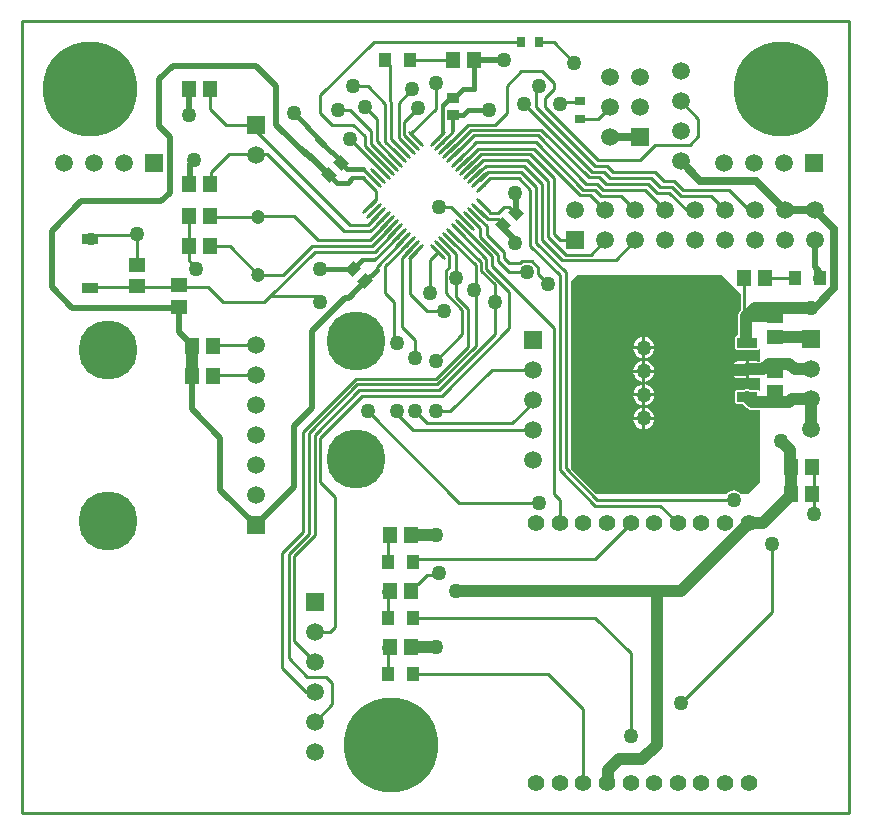
<source format=gtl>
G04*
G04 #@! TF.GenerationSoftware,Altium Limited,Altium Designer,19.1.8 (144)*
G04*
G04 Layer_Physical_Order=1*
G04 Layer_Color=255*
%FSLAX25Y25*%
%MOIN*%
G70*
G01*
G75*
%ADD13C,0.01000*%
%ADD14C,0.00394*%
%ADD15R,0.03543X0.02756*%
%ADD16R,0.02756X0.03543*%
G04:AMPARAMS|DCode=17|XSize=11.81mil|YSize=70.87mil|CornerRadius=0mil|HoleSize=0mil|Usage=FLASHONLY|Rotation=135.000|XOffset=0mil|YOffset=0mil|HoleType=Round|Shape=Round|*
%AMOVALD17*
21,1,0.05906,0.01181,0.00000,0.00000,225.0*
1,1,0.01181,0.02088,0.02088*
1,1,0.01181,-0.02088,-0.02088*
%
%ADD17OVALD17*%

G04:AMPARAMS|DCode=18|XSize=11.81mil|YSize=70.87mil|CornerRadius=0mil|HoleSize=0mil|Usage=FLASHONLY|Rotation=45.000|XOffset=0mil|YOffset=0mil|HoleType=Round|Shape=Round|*
%AMOVALD18*
21,1,0.05906,0.01181,0.00000,0.00000,135.0*
1,1,0.01181,0.02088,-0.02088*
1,1,0.01181,-0.02088,0.02088*
%
%ADD18OVALD18*%

%ADD19R,0.05512X0.03740*%
%ADD20R,0.04724X0.05512*%
G04:AMPARAMS|DCode=21|XSize=41.34mil|YSize=37.4mil|CornerRadius=0mil|HoleSize=0mil|Usage=FLASHONLY|Rotation=315.000|XOffset=0mil|YOffset=0mil|HoleType=Round|Shape=Rectangle|*
%AMROTATEDRECTD21*
4,1,4,-0.02784,0.00139,-0.00139,0.02784,0.02784,-0.00139,0.00139,-0.02784,-0.02784,0.00139,0.0*
%
%ADD21ROTATEDRECTD21*%

G04:AMPARAMS|DCode=22|XSize=41.34mil|YSize=21.65mil|CornerRadius=0mil|HoleSize=0mil|Usage=FLASHONLY|Rotation=315.000|XOffset=0mil|YOffset=0mil|HoleType=Round|Shape=Rectangle|*
%AMROTATEDRECTD22*
4,1,4,-0.02227,0.00696,-0.00696,0.02227,0.02227,-0.00696,0.00696,-0.02227,-0.02227,0.00696,0.0*
%
%ADD22ROTATEDRECTD22*%

G04:AMPARAMS|DCode=23|XSize=41.34mil|YSize=37.4mil|CornerRadius=0mil|HoleSize=0mil|Usage=FLASHONLY|Rotation=225.000|XOffset=0mil|YOffset=0mil|HoleType=Round|Shape=Rectangle|*
%AMROTATEDRECTD23*
4,1,4,0.00139,0.02784,0.02784,0.00139,-0.00139,-0.02784,-0.02784,-0.00139,0.00139,0.02784,0.0*
%
%ADD23ROTATEDRECTD23*%

%ADD24R,0.04134X0.03740*%
%ADD25R,0.05512X0.04724*%
%ADD26R,0.04331X0.04724*%
G04:AMPARAMS|DCode=27|XSize=125.98mil|YSize=68.9mil|CornerRadius=2.07mil|HoleSize=0mil|Usage=FLASHONLY|Rotation=270.000|XOffset=0mil|YOffset=0mil|HoleType=Round|Shape=RoundedRectangle|*
%AMROUNDEDRECTD27*
21,1,0.12598,0.06476,0,0,270.0*
21,1,0.12185,0.06890,0,0,270.0*
1,1,0.00413,-0.03238,-0.06093*
1,1,0.00413,-0.03238,0.06093*
1,1,0.00413,0.03238,0.06093*
1,1,0.00413,0.03238,-0.06093*
%
%ADD27ROUNDEDRECTD27*%
G04:AMPARAMS|DCode=28|XSize=35.43mil|YSize=68.9mil|CornerRadius=1.95mil|HoleSize=0mil|Usage=FLASHONLY|Rotation=270.000|XOffset=0mil|YOffset=0mil|HoleType=Round|Shape=RoundedRectangle|*
%AMROUNDEDRECTD28*
21,1,0.03543,0.06500,0,0,270.0*
21,1,0.03154,0.06890,0,0,270.0*
1,1,0.00390,-0.03250,-0.01577*
1,1,0.00390,-0.03250,0.01577*
1,1,0.00390,0.03250,0.01577*
1,1,0.00390,0.03250,-0.01577*
%
%ADD28ROUNDEDRECTD28*%
%ADD51C,0.03937*%
%ADD52C,0.01968*%
%ADD53C,0.02756*%
%ADD54C,0.11811*%
%ADD55C,0.01575*%
%ADD56C,0.01181*%
%ADD57C,0.05906*%
%ADD58R,0.05906X0.05906*%
%ADD59R,0.05906X0.05906*%
%ADD60C,0.05512*%
%ADD61C,0.31496*%
%ADD62C,0.04724*%
%ADD63C,0.19685*%
%ADD64C,0.05000*%
G36*
X236605Y174813D02*
Y174794D01*
X236624D01*
X238445Y172972D01*
Y167283D01*
X238437Y167272D01*
X238326Y167186D01*
X237914Y166650D01*
X237655Y166025D01*
X237567Y165354D01*
Y159080D01*
X237400D01*
X237089Y159018D01*
X236826Y158843D01*
X236651Y158580D01*
X236589Y158270D01*
Y155116D01*
X236651Y154806D01*
X236826Y154543D01*
X237089Y154367D01*
X237400Y154306D01*
X243900D01*
X244210Y154367D01*
X244473Y154543D01*
X244579Y154702D01*
X245079Y154602D01*
Y150432D01*
X244579Y150198D01*
X244366Y150340D01*
X243900Y150433D01*
X241150D01*
Y147638D01*
Y144843D01*
X243900D01*
X244366Y144936D01*
X244579Y145078D01*
X245079Y144843D01*
Y140674D01*
X244579Y140574D01*
X244473Y140733D01*
X244210Y140908D01*
X243900Y140970D01*
X241598D01*
X241320Y141085D01*
X240650Y141173D01*
X239979Y141085D01*
X239701Y140970D01*
X237400D01*
X237089Y140908D01*
X236826Y140733D01*
X236651Y140470D01*
X236589Y140159D01*
Y137006D01*
X236651Y136696D01*
X236826Y136433D01*
X237089Y136257D01*
X237400Y136196D01*
X239373D01*
X240589Y134979D01*
X241126Y134567D01*
X241751Y134309D01*
X242421Y134220D01*
X245079D01*
X245079Y110236D01*
X241142Y106299D01*
X238617D01*
X238431Y106542D01*
X237784Y107039D01*
X237030Y107351D01*
X236221Y107457D01*
X235411Y107351D01*
X234657Y107039D01*
X234010Y106542D01*
X233823Y106299D01*
X190138Y106299D01*
X182087Y114350D01*
X182087Y177165D01*
X184055Y179134D01*
X232283Y179134D01*
X236605Y174813D01*
D02*
G37*
%LPC*%
G36*
X206693Y158492D02*
Y155527D01*
X209657D01*
X209603Y155941D01*
X209250Y156793D01*
X208689Y157524D01*
X207958Y158085D01*
X207107Y158438D01*
X206693Y158492D01*
D02*
G37*
G36*
X205693D02*
X205279Y158438D01*
X204428Y158085D01*
X203697Y157524D01*
X203136Y156793D01*
X202783Y155941D01*
X202729Y155527D01*
X205693D01*
Y158492D01*
D02*
G37*
G36*
X209657Y154527D02*
X206693D01*
Y151563D01*
X207107Y151618D01*
X207958Y151970D01*
X208689Y152531D01*
X209250Y153262D01*
X209603Y154114D01*
X209657Y154527D01*
D02*
G37*
G36*
X205693D02*
X202729D01*
X202783Y154114D01*
X203136Y153262D01*
X203697Y152531D01*
X204428Y151970D01*
X205279Y151618D01*
X205693Y151563D01*
Y154527D01*
D02*
G37*
G36*
X219282Y154961D02*
X216543D01*
Y148138D01*
X220512D01*
Y153730D01*
X220418Y154201D01*
X220151Y154600D01*
X219752Y154867D01*
X219282Y154961D01*
D02*
G37*
G36*
X215543D02*
X212805D01*
X212334Y154867D01*
X211935Y154600D01*
X211668Y154201D01*
X211575Y153730D01*
Y148138D01*
X215543D01*
Y154961D01*
D02*
G37*
G36*
X240150Y150433D02*
X237400D01*
X236933Y150340D01*
X236538Y150076D01*
X236274Y149681D01*
X236181Y149215D01*
Y148138D01*
X240150D01*
Y150433D01*
D02*
G37*
G36*
X206693Y150618D02*
Y147653D01*
X209657D01*
X209603Y148067D01*
X209250Y148919D01*
X208689Y149650D01*
X207958Y150211D01*
X207107Y150563D01*
X206693Y150618D01*
D02*
G37*
G36*
X205693D02*
X205279Y150563D01*
X204428Y150211D01*
X203697Y149650D01*
X203136Y148919D01*
X202783Y148067D01*
X202729Y147653D01*
X205693D01*
Y150618D01*
D02*
G37*
G36*
X240150Y147138D02*
X236181D01*
Y146061D01*
X236274Y145595D01*
X236538Y145200D01*
X236933Y144936D01*
X237400Y144843D01*
X240150D01*
Y147138D01*
D02*
G37*
G36*
X209657Y146653D02*
X206693D01*
Y143689D01*
X207107Y143744D01*
X207958Y144096D01*
X208689Y144657D01*
X209250Y145388D01*
X209603Y146240D01*
X209657Y146653D01*
D02*
G37*
G36*
X205693D02*
X202729D01*
X202783Y146240D01*
X203136Y145388D01*
X203697Y144657D01*
X204428Y144096D01*
X205279Y143744D01*
X205693Y143689D01*
Y146653D01*
D02*
G37*
G36*
X220512Y147138D02*
X216543D01*
Y140315D01*
X219282D01*
X219752Y140409D01*
X220151Y140675D01*
X220418Y141074D01*
X220512Y141545D01*
Y147138D01*
D02*
G37*
G36*
X215543D02*
X211575D01*
Y141545D01*
X211668Y141074D01*
X211935Y140675D01*
X212334Y140409D01*
X212805Y140315D01*
X215543D01*
Y147138D01*
D02*
G37*
G36*
X206693Y142744D02*
Y139779D01*
X209657D01*
X209603Y140193D01*
X209250Y141045D01*
X208689Y141776D01*
X207958Y142337D01*
X207107Y142689D01*
X206693Y142744D01*
D02*
G37*
G36*
X205693D02*
X205279Y142689D01*
X204428Y142337D01*
X203697Y141776D01*
X203136Y141045D01*
X202783Y140193D01*
X202729Y139779D01*
X205693D01*
Y142744D01*
D02*
G37*
G36*
X209657Y138779D02*
X206693D01*
Y135815D01*
X207107Y135870D01*
X207958Y136222D01*
X208689Y136783D01*
X209250Y137514D01*
X209603Y138366D01*
X209657Y138779D01*
D02*
G37*
G36*
X205693D02*
X202729D01*
X202783Y138366D01*
X203136Y137514D01*
X203697Y136783D01*
X204428Y136222D01*
X205279Y135870D01*
X205693Y135815D01*
Y138779D01*
D02*
G37*
G36*
X206693Y134870D02*
Y131905D01*
X209657D01*
X209603Y132319D01*
X209250Y133171D01*
X208689Y133902D01*
X207958Y134463D01*
X207107Y134815D01*
X206693Y134870D01*
D02*
G37*
G36*
X205693D02*
X205279Y134815D01*
X204428Y134463D01*
X203697Y133902D01*
X203136Y133171D01*
X202783Y132319D01*
X202729Y131905D01*
X205693D01*
Y134870D01*
D02*
G37*
G36*
X209657Y130905D02*
X206693D01*
Y127941D01*
X207107Y127996D01*
X207958Y128348D01*
X208689Y128909D01*
X209250Y129640D01*
X209603Y130492D01*
X209657Y130905D01*
D02*
G37*
G36*
X205693D02*
X202729D01*
X202783Y130492D01*
X203136Y129640D01*
X203697Y128909D01*
X204428Y128348D01*
X205279Y127996D01*
X205693Y127941D01*
Y130905D01*
D02*
G37*
%LPD*%
D13*
X133858Y167323D02*
X139764D01*
X140101Y173061D02*
X145669Y167493D01*
X140101Y173061D02*
Y180625D01*
X141256Y181780D01*
X145669Y159449D02*
Y167493D01*
X147638Y155342D02*
Y167787D01*
X143701Y171724D02*
X147638Y167787D01*
X143701Y171724D02*
Y178150D01*
X128151Y173030D02*
X133858Y167323D01*
X128151Y173030D02*
Y184690D01*
X134980Y173290D02*
Y184281D01*
X137477Y186778D01*
X136811Y150591D02*
X145669Y159449D01*
X136981Y144685D02*
X147638Y155342D01*
X155433Y147559D02*
X169213D01*
X141732Y133858D02*
X155433Y147559D01*
X136811Y133858D02*
X141732D01*
X169134Y136653D02*
Y137638D01*
X162402Y129921D02*
X169134Y136653D01*
X133858Y129921D02*
X162402D01*
X129921Y133858D02*
X133858Y129921D01*
X138779Y138779D02*
X161417Y161417D01*
X112205Y138779D02*
X138779D01*
X137795Y140748D02*
X156496Y159449D01*
X111221Y140748D02*
X137795D01*
X156496Y159449D02*
Y170276D01*
X96457Y125984D02*
X111221Y140748D01*
X161417Y161417D02*
Y173653D01*
X98425Y125000D02*
X112205Y138779D01*
X124016Y132874D02*
X129409Y127480D01*
X124016Y132874D02*
Y133858D01*
X129409Y127480D02*
X169291D01*
X37008Y175197D02*
X61024D01*
X96457Y172244D02*
X98425Y170276D01*
X81693Y172244D02*
X96457D01*
X81693D02*
X82677Y173228D01*
X81693Y172244D02*
X96457Y187008D01*
X79724Y170276D02*
X81693Y172244D01*
X264764Y177953D02*
X264961D01*
X262795Y99410D02*
Y114764D01*
X262402Y115157D02*
X262795Y114764D01*
X169213Y147559D02*
X169291Y147480D01*
X169134Y137638D02*
X169291Y137480D01*
X125669Y161733D02*
Y184943D01*
X128847Y188121D01*
Y188170D01*
X144685Y103347D02*
X171260D01*
X114173Y133858D02*
X144685Y103347D01*
X178150Y96457D02*
Y96949D01*
Y97441D02*
Y104331D01*
Y96949D02*
Y97441D01*
X176181Y106299D02*
X178150Y104331D01*
X176181Y106299D02*
Y161417D01*
X155512Y182087D02*
X176181Y161417D01*
X120079Y173228D02*
X123031Y170276D01*
Y157480D02*
Y170276D01*
Y157480D02*
X124015Y156496D01*
X125669Y161733D02*
X129921Y157480D01*
X120079Y173228D02*
Y182185D01*
X127455Y189562D01*
X129921Y151575D02*
Y157480D01*
X98425Y110236D02*
Y125000D01*
Y110236D02*
X103347Y105315D01*
Y62008D02*
Y105315D01*
X96457Y92385D02*
Y125984D01*
X89567Y85496D02*
X96457Y92385D01*
X150150Y155591D02*
Y182458D01*
X94488Y126674D02*
X110530Y142717D01*
X94488Y92945D02*
Y126674D01*
X87779Y86236D02*
X94488Y92945D01*
X110530Y142717D02*
X137275D01*
X110236Y144685D02*
X136981D01*
X92520Y126969D02*
X110236Y144685D01*
X92520Y93504D02*
Y126969D01*
X137275Y142717D02*
X150150Y155591D01*
X85630Y86614D02*
X92520Y93504D01*
X218504Y36417D02*
X249016Y66929D01*
Y89567D01*
X189961Y84646D02*
X201772Y96457D01*
X130118Y84646D02*
X189961D01*
X129134Y83661D02*
X130118Y84646D01*
X137142Y79071D02*
X137795Y79724D01*
X133795Y79071D02*
X137142D01*
X130799Y76075D02*
X133795Y79071D01*
X130405Y76075D02*
X130799D01*
X128543Y74212D02*
X130405Y76075D01*
X128543Y73819D02*
Y74212D01*
X37098Y192610D02*
X37402Y192913D01*
X23024Y192610D02*
X37098D01*
X21654Y191240D02*
X23024Y192610D01*
X37402Y182677D02*
Y192913D01*
Y182677D02*
X37402Y182677D01*
X54528Y184200D02*
Y188976D01*
Y184200D02*
X57087Y181641D01*
Y181102D02*
Y181641D01*
X54528Y188976D02*
Y198819D01*
X171260Y256890D02*
X176181D01*
X183071Y250000D01*
X164569Y211416D02*
X168307Y207677D01*
Y188976D02*
Y207677D01*
X154877Y211416D02*
X164569D01*
X215845Y98132D02*
X217520D01*
X170276Y189961D02*
Y208661D01*
X165354Y213583D02*
X170276Y208661D01*
X154309Y213583D02*
X165354D01*
X172244Y190945D02*
Y209646D01*
X166339Y215551D02*
X172244Y209646D01*
X153493Y215551D02*
X166339D01*
X174213Y191929D02*
Y210630D01*
X167323Y217520D02*
X174213Y210630D01*
X152629Y217520D02*
X167323D01*
X176181Y192913D02*
Y211614D01*
X168307Y219488D02*
X176181Y211614D01*
X151814Y219488D02*
X168307D01*
X184839Y205909D02*
X188303D01*
X169472Y221276D02*
X184839Y205909D01*
X150817Y221276D02*
X169472D01*
X186004Y207697D02*
X189941D01*
X170276Y223425D02*
X186004Y207697D01*
X150183Y223425D02*
X170276D01*
X187008Y209646D02*
X190764D01*
X170898Y225756D02*
X187008Y209646D01*
X149730Y225756D02*
X170898D01*
X187811Y211795D02*
X191386D01*
X172063Y227543D02*
X187811Y211795D01*
X148733Y227543D02*
X172063D01*
X188976Y213583D02*
X192913D01*
X166339Y236221D02*
X188976Y213583D01*
X189961Y215551D02*
X193898D01*
X170276Y235236D02*
X189961Y215551D01*
X170276Y235236D02*
Y241142D01*
X190945Y217520D02*
X204891D01*
X173228Y235236D02*
X190945Y217520D01*
X173228Y235236D02*
Y238189D01*
X85630Y48228D02*
Y86614D01*
X89567Y57087D02*
Y85496D01*
X87779Y51402D02*
Y86236D01*
X201772Y25591D02*
Y53149D01*
X189961Y64961D02*
X201772Y53149D01*
X129134Y64961D02*
X189961D01*
X186024Y9843D02*
Y34449D01*
X174213Y46260D02*
X186024Y34449D01*
X129134Y46260D02*
X174213D01*
X126273Y230275D02*
X130905Y234907D01*
X128564Y226433D02*
X136811Y234680D01*
Y243110D01*
X126273Y225870D02*
Y230275D01*
X117126Y223833D02*
Y231299D01*
X113189Y235236D02*
X117126Y231299D01*
X141256Y181780D02*
Y185735D01*
X138869Y188121D02*
X141256Y185735D01*
X138869Y188121D02*
Y188170D01*
X128151Y184690D02*
X130239Y186778D01*
X143701Y178150D02*
Y186123D01*
X76772Y219488D02*
X80709D01*
X165354Y256890D02*
X165354Y256890D01*
X116142Y256890D02*
X165354D01*
X190945Y231299D02*
X194882Y235236D01*
X185039Y231299D02*
X190945D01*
X178150Y236221D02*
X178642Y236713D01*
X184547D01*
X185039Y237205D01*
X172244Y247047D02*
X176181Y243110D01*
Y241142D02*
Y243110D01*
X173228Y238189D02*
X176181Y241142D01*
X165354Y247047D02*
X172244D01*
X170276Y241142D02*
X171260Y242126D01*
X159399Y194932D02*
Y195816D01*
X153902Y192555D02*
X159449Y187008D01*
Y185039D02*
Y187008D01*
Y185039D02*
X161417Y183071D01*
X164945D01*
X165593Y183718D01*
X150005Y199306D02*
X153902Y195409D01*
Y192555D02*
Y195409D01*
X165593Y183718D02*
X168814D01*
X145829Y195130D02*
X155512Y185447D01*
X144437Y193738D02*
X153724Y184451D01*
X143045Y192346D02*
X151937Y183454D01*
X155512Y182087D02*
Y185447D01*
X153724Y181346D02*
Y184451D01*
X151937Y180606D02*
Y183454D01*
X141653Y190954D02*
X150150Y182458D01*
X157550Y183985D02*
Y185954D01*
X151575Y191929D02*
X157550Y185954D01*
X151575Y191929D02*
Y194952D01*
X148613Y197914D02*
X151575Y194952D01*
X170923Y179471D02*
X174213Y176181D01*
X170923Y179471D02*
Y181609D01*
X168814Y183718D02*
X170923Y181609D01*
X161417Y180118D02*
X167323D01*
X157550Y183985D02*
X161417Y180118D01*
X137795Y201771D02*
X141972D01*
X147221Y196522D01*
X140261Y189562D02*
X143701Y186123D01*
X151937Y180606D02*
X156496Y176047D01*
Y170276D02*
Y176047D01*
X153724Y181346D02*
X161417Y173653D01*
X117016Y204177D02*
Y207240D01*
X50787Y168307D02*
X51181Y168701D01*
X141634Y238091D02*
X142717D01*
X116381Y184055D02*
X124671Y192346D01*
X74803Y229331D02*
X108268Y195866D01*
X66929Y229331D02*
X74803D01*
X61614Y234646D02*
X66929Y229331D01*
X67913Y219488D02*
X76772D01*
X80709D02*
X106299Y193898D01*
X62008Y213583D02*
X67913Y219488D01*
X151397Y200698D02*
X151446D01*
X151348D02*
X151397D01*
X98425Y239173D02*
X116142Y256890D01*
X174213Y191929D02*
X180118Y186024D01*
X234433Y207496D02*
X241142Y200787D01*
X219244Y207496D02*
X234433D01*
X218504Y237047D02*
X224410Y231142D01*
Y225394D02*
Y231142D01*
X221457Y222441D02*
X224410Y225394D01*
X209813Y222441D02*
X221457D01*
X204891Y217520D02*
X209813Y222441D01*
X209827Y213402D02*
X212779Y210449D01*
X196047Y213402D02*
X209827D01*
X193898Y215551D02*
X196047Y213402D01*
X216291Y210449D02*
X219244Y207496D01*
X212779Y210449D02*
X216291D01*
X215551Y208661D02*
X218504Y205709D01*
X211614Y208661D02*
X215551D01*
X208661Y211614D02*
X211614Y208661D01*
X194882Y211614D02*
X208661D01*
X214567Y206693D02*
X220472Y200787D01*
X210630Y206693D02*
X214567D01*
X207677Y209646D02*
X210630Y206693D01*
X193535Y209646D02*
X207677D01*
X198504Y205709D02*
X203425Y200787D01*
X191929Y205709D02*
X198504D01*
X189941Y207697D02*
X191929Y205709D01*
X206536Y207677D02*
X213425Y200787D01*
X192732Y207677D02*
X206536D01*
X190764Y209646D02*
X192732Y207677D01*
X191386Y211795D02*
X193535Y209646D01*
X220472Y200787D02*
X223425D01*
X241142D02*
X243425D01*
X218504Y205709D02*
X228504D01*
X233425Y200787D01*
X168307Y188976D02*
X178150Y179134D01*
Y114173D02*
Y179134D01*
Y114173D02*
X189961Y102362D01*
X190520Y104331D02*
X236221D01*
X180118Y114733D02*
X190520Y104331D01*
X180118Y114733D02*
Y180118D01*
X154309Y197835D02*
X157480D01*
X151446Y200698D02*
X154309Y197835D01*
X154877Y200002D02*
X157679D01*
X152789Y202090D02*
X154877Y200002D01*
X170276Y189961D02*
X180118Y180118D01*
X172244Y190945D02*
X178953Y184236D01*
X180118Y186024D02*
X188662D01*
X176181Y192913D02*
X178307Y190787D01*
X183425D01*
X178953Y184236D02*
X196874D01*
X192913Y213583D02*
X194882Y211614D01*
X188303Y205909D02*
X193425Y200787D01*
X160433Y242126D02*
X165354Y247047D01*
X160433Y233268D02*
Y242126D01*
X156496Y229331D02*
X160433Y233268D01*
X152661Y202090D02*
X152789D01*
X196874Y184236D02*
X203425Y190787D01*
X188662Y186024D02*
X193425Y190787D01*
X145829Y216287D02*
X150817Y221276D01*
X129134Y64961D02*
X129134Y64961D01*
X96457Y20197D02*
X96906Y20646D01*
X262402Y115157D02*
Y115551D01*
X255315Y105905D02*
Y106299D01*
X239567Y165945D02*
X240158Y165354D01*
X239567Y165945D02*
Y178150D01*
X211614Y102362D02*
X215845Y98132D01*
X189961Y102362D02*
X211614D01*
X141653Y220463D02*
X148733Y227543D01*
X143045Y219071D02*
X149730Y225756D01*
X147737Y229331D02*
X156496D01*
X117126Y182017D02*
X126063Y190954D01*
X117126Y181003D02*
Y182017D01*
X128150Y250984D02*
X142520D01*
X119882D02*
X121547Y249319D01*
Y237280D02*
Y249319D01*
Y237280D02*
X121866Y236961D01*
Y224660D02*
Y236961D01*
Y224660D02*
X126063Y220463D01*
X126273Y225870D02*
X128847Y223296D01*
X124486Y236691D02*
X128937Y241142D01*
X124486Y224874D02*
Y236691D01*
Y224874D02*
X127455Y221904D01*
Y221855D02*
Y221904D01*
X128847Y223247D02*
Y223296D01*
X128564Y226314D02*
Y226433D01*
Y226314D02*
X130239Y224639D01*
X137477D02*
X139362Y226524D01*
X142717Y238091D02*
X142913D01*
X138869Y223247D02*
X142717Y227094D01*
X152789Y209328D02*
X154877Y211416D01*
X151446Y210720D02*
X154309Y213583D01*
X151397Y210720D02*
X151446D01*
X150054Y212112D02*
X153493Y215551D01*
X150005Y212112D02*
X150054D01*
X148613Y213504D02*
X152629Y217520D01*
X147221Y214896D02*
X151814Y219488D01*
X98425Y181102D02*
X98475Y181152D01*
X96457Y187008D02*
X116549D01*
X65945Y170276D02*
X79724D01*
X93882Y219110D02*
X94110D01*
X89567Y233054D02*
Y233268D01*
X98704Y223704D02*
Y223917D01*
X144437Y217679D02*
X150183Y223425D01*
X101535Y60197D02*
X103347Y62008D01*
X96457Y60197D02*
X101535D01*
X55512Y155512D02*
Y155905D01*
X61024Y175197D02*
X65945Y170276D01*
X217520Y96457D02*
Y98132D01*
X120866Y91929D02*
X121457Y92520D01*
X120866Y83661D02*
Y91929D01*
X121063Y65157D02*
Y73425D01*
Y46457D02*
Y54724D01*
X240158Y165354D02*
X240354Y165551D01*
X256693Y178150D02*
X256693Y178150D01*
X246654Y178150D02*
X256693D01*
X240158Y157185D02*
X240650Y156693D01*
Y147638D02*
X240807Y147795D01*
X104331Y234252D02*
X108268D01*
X94110Y219110D02*
X94667D01*
X112840Y211416D02*
X114928Y209328D01*
X105315Y216535D02*
Y217092D01*
X112472Y214567D02*
X116320Y210720D01*
X114173Y242126D02*
X120079Y236221D01*
Y223664D02*
Y236221D01*
Y223664D02*
X124671Y219071D01*
X109252Y242126D02*
X114173D01*
X109252Y229331D02*
X113189Y225394D01*
Y222202D02*
Y225394D01*
Y222202D02*
X120496Y214896D01*
X102362Y229331D02*
X109252D01*
X115157Y223018D02*
Y227362D01*
X108268Y234252D02*
X115157Y227362D01*
Y223018D02*
X121888Y216287D01*
X117126Y223833D02*
X123280Y217679D01*
X98425Y233268D02*
Y239173D01*
Y233268D02*
X102362Y229331D01*
X108198Y224410D02*
X119104Y213504D01*
X108268Y195866D02*
X114223D01*
X106299Y193898D02*
X115087D01*
X140261Y221855D02*
X147737Y229331D01*
X109202Y181152D02*
X109302D01*
X116549Y187008D02*
X123280Y193738D01*
X115734Y188976D02*
X121888Y195130D01*
X95473Y188976D02*
X115734D01*
X85866Y179370D02*
X95473Y188976D01*
X87779Y51402D02*
X93906Y45276D01*
X93661Y40197D02*
X96457D01*
X85630Y48228D02*
X93661Y40197D01*
X93906Y45276D02*
X100394D01*
X102362Y43307D01*
Y36102D02*
Y43307D01*
X96457Y30197D02*
X102362Y36102D01*
X89567Y57087D02*
X96457Y50197D01*
X62598Y145669D02*
X62756Y145827D01*
X76772D01*
X62913Y155827D02*
X76772D01*
X62598Y155512D02*
X62913Y155827D01*
X21949Y175197D02*
X37008D01*
X37402Y175591D01*
X37008Y175197D02*
X37008Y175197D01*
X21654Y174902D02*
X21949Y175197D01*
X115087Y193898D02*
X119104Y197914D01*
X114919Y190945D02*
X120496Y196522D01*
X97441Y190945D02*
X114919D01*
X89634Y198752D02*
X97441Y190945D01*
X77925Y198752D02*
X89634D01*
X61614Y188976D02*
X68150D01*
X77756Y179370D01*
X85866D01*
X61850Y198583D02*
X77756D01*
X61614Y198819D02*
X61850Y198583D01*
X77756D02*
X77925Y198752D01*
X62008Y210039D02*
Y213583D01*
X61614Y209646D02*
X62008Y210039D01*
X61614Y234646D02*
Y241142D01*
X114223Y195866D02*
X117663Y199306D01*
X117712D01*
X114928Y209328D02*
X117016Y207240D01*
X114928Y202090D02*
X117016Y204177D01*
X161417Y201772D02*
X163336Y199853D01*
X159449Y201772D02*
X161417D01*
X157679Y200002D02*
X159449Y201772D01*
X157480Y197835D02*
X159399Y195916D01*
Y195816D02*
Y195916D01*
X-984Y0D02*
X0D01*
X-984Y263779D02*
X-984Y0D01*
X-984Y263779D02*
X274606D01*
Y0D02*
Y263779D01*
X0Y0D02*
X274606D01*
D14*
X234846Y145489D02*
Y148113D01*
X234322Y148638D01*
X233272D01*
X232747Y148113D01*
Y145489D01*
X231698Y146014D02*
X231173Y145489D01*
X230124D01*
X229599Y146014D01*
Y146539D01*
X230124Y147064D01*
X230648D01*
X230124D01*
X229599Y147588D01*
Y148113D01*
X230124Y148638D01*
X231173D01*
X231698Y148113D01*
D15*
X185039Y231299D02*
D03*
Y237205D02*
D03*
D16*
X165354Y256890D02*
D03*
X171260D02*
D03*
D17*
X114928Y202090D02*
D03*
X116320Y200698D02*
D03*
X117712Y199306D02*
D03*
X119104Y197914D02*
D03*
X120496Y196522D02*
D03*
X121888Y195130D02*
D03*
X123280Y193738D02*
D03*
X124671Y192346D02*
D03*
X126063Y190954D02*
D03*
X127455Y189562D02*
D03*
X128847Y188170D02*
D03*
X130239Y186778D02*
D03*
X152789Y209328D02*
D03*
X151397Y210720D02*
D03*
X150005Y212112D02*
D03*
X148613Y213504D02*
D03*
X147221Y214896D02*
D03*
X145829Y216287D02*
D03*
X144437Y217679D02*
D03*
X143045Y219071D02*
D03*
X141653Y220463D02*
D03*
X140261Y221855D02*
D03*
X138869Y223247D02*
D03*
X137477Y224639D02*
D03*
D18*
Y186778D02*
D03*
X138869Y188170D02*
D03*
X140261Y189562D02*
D03*
X141653Y190954D02*
D03*
X143045Y192346D02*
D03*
X144437Y193738D02*
D03*
X145829Y195130D02*
D03*
X147221Y196522D02*
D03*
X148613Y197914D02*
D03*
X150005Y199306D02*
D03*
X151397Y200698D02*
D03*
X152789Y202090D02*
D03*
X130239Y224639D02*
D03*
X128847Y223247D02*
D03*
X127455Y221855D02*
D03*
X126063Y220463D02*
D03*
X124671Y219071D02*
D03*
X123280Y217679D02*
D03*
X121888Y216287D02*
D03*
X120496Y214896D02*
D03*
X119104Y213504D02*
D03*
X117712Y212112D02*
D03*
X116320Y210720D02*
D03*
X114928Y209328D02*
D03*
D19*
X21654Y191240D02*
D03*
Y174902D02*
D03*
D20*
X55512Y155512D02*
D03*
X62598D02*
D03*
X55512Y145669D02*
D03*
X62598D02*
D03*
X61614Y241142D02*
D03*
X54528D02*
D03*
X61614Y209646D02*
D03*
X54528D02*
D03*
X54528Y198819D02*
D03*
X61614D02*
D03*
X54528Y188976D02*
D03*
X61614D02*
D03*
X142520Y250984D02*
D03*
X149606D02*
D03*
X246654Y178150D02*
D03*
X239567D02*
D03*
X262402Y115157D02*
D03*
X255315D02*
D03*
X262402Y106299D02*
D03*
X255315D02*
D03*
X128543Y92520D02*
D03*
X121457D02*
D03*
X128543Y73819D02*
D03*
X121457D02*
D03*
X128543Y55118D02*
D03*
X121457D02*
D03*
D21*
X163436Y199853D02*
D03*
X159399Y195816D02*
D03*
X101278Y212499D02*
D03*
X105315Y216535D02*
D03*
D22*
X98704Y223704D02*
D03*
X94110Y219110D02*
D03*
D23*
X113239Y177116D02*
D03*
X109202Y181152D02*
D03*
D24*
X142717Y238091D02*
D03*
Y232382D02*
D03*
D25*
X250000Y147244D02*
D03*
Y140157D02*
D03*
X250000Y158465D02*
D03*
Y165551D02*
D03*
X51181Y175787D02*
D03*
Y168701D02*
D03*
X37402Y182677D02*
D03*
Y175591D02*
D03*
D26*
X128150Y250984D02*
D03*
X119882D02*
D03*
X256693Y178150D02*
D03*
X264961D02*
D03*
X129134Y83661D02*
D03*
X120866D02*
D03*
X129134Y64961D02*
D03*
X120866D02*
D03*
X129134Y46260D02*
D03*
X120866D02*
D03*
D27*
X216043Y147638D02*
D03*
D28*
X240650Y156693D02*
D03*
Y147638D02*
D03*
Y138583D02*
D03*
D51*
X243110Y168307D02*
X261811D01*
X264764Y178347D02*
X264961Y178150D01*
X250000Y158465D02*
X261811D01*
X247869Y149606D02*
X254749D01*
X246058Y147795D02*
X247869Y149606D01*
X240650Y147795D02*
X240807D01*
X54429Y232579D02*
X54528Y232677D01*
X56102Y217232D02*
Y217520D01*
X54528Y209646D02*
X54921Y210039D01*
X136811Y92520D02*
X136811Y92520D01*
X128543Y92520D02*
X136811D01*
X128543Y92520D02*
X128543Y92520D01*
X136811Y55118D02*
X136811Y55118D01*
X128543Y55118D02*
X136811D01*
X128543Y55118D02*
X128543Y55118D01*
X163386Y206693D02*
X163436Y206643D01*
X210630Y73819D02*
X218504D01*
X143701D02*
X210630D01*
Y22638D02*
Y73819D01*
X205709Y17717D02*
X210630Y22638D01*
X197835Y17717D02*
X205709D01*
X194199Y14081D02*
X197835Y17717D01*
X194199Y10144D02*
Y14081D01*
X193898Y9843D02*
X194199Y10144D01*
X218504Y73819D02*
X241142Y96457D01*
X169291Y116948D02*
Y117480D01*
X251969Y123728D02*
Y124016D01*
Y123728D02*
X254921Y120775D01*
Y115551D02*
Y120775D01*
Y115551D02*
X255315Y115157D01*
X242421Y136811D02*
X254724D01*
X240650Y138583D02*
X242421Y136811D01*
X256560Y147795D02*
X261811D01*
X254749Y149606D02*
X256560Y147795D01*
X240807D02*
X246058D01*
X254724Y136811D02*
X255709Y137795D01*
X216043Y147638D02*
X240650D01*
X255315Y106299D02*
Y115157D01*
X241142Y96457D02*
X245866D01*
X255315Y105905D01*
X240354Y165551D02*
X243110Y168307D01*
X264764Y177953D02*
X264961Y178150D01*
X121063Y73425D02*
X121457Y73819D01*
X120866Y64961D02*
X121063Y65157D01*
Y54724D02*
X121457Y55118D01*
X120866Y46260D02*
X121063Y46457D01*
X21654Y191240D02*
X22343D01*
X55512Y145669D02*
Y155512D01*
X240158Y157185D02*
Y165354D01*
X240354Y165551D02*
X250000D01*
X255709Y137795D02*
X261811D01*
Y127795D02*
Y137795D01*
D52*
X106731Y171692D02*
X107815D01*
X95472Y160433D02*
X106731Y171692D01*
X95472Y134843D02*
Y160433D01*
X89567Y128937D02*
X95472Y134843D01*
X89567Y108622D02*
Y128937D01*
X263425Y181929D02*
X264764Y180591D01*
Y178347D02*
Y180591D01*
X263425Y181929D02*
Y190787D01*
X54528Y232677D02*
Y241142D01*
X54429Y232579D02*
X54478Y232530D01*
X54921Y216051D02*
X56102Y217232D01*
X54921Y210039D02*
Y216051D01*
X149606Y250984D02*
X159449D01*
X163436Y199953D02*
Y206643D01*
X44706Y228917D02*
X48356Y225266D01*
Y210265D02*
Y225266D01*
X48228Y206693D02*
Y210138D01*
X45276Y203740D02*
X48228Y206693D01*
X76772Y249016D02*
X83661Y242126D01*
Y229331D02*
Y242126D01*
Y229331D02*
X93882Y219110D01*
X107815Y171692D02*
X113239Y177116D01*
X55512Y134449D02*
X64961Y125000D01*
X55512Y134449D02*
Y145669D01*
X64961Y107638D02*
Y125000D01*
Y107638D02*
X76772Y95827D01*
X89567Y108622D01*
X163386Y189961D02*
Y190945D01*
X159399Y194932D02*
X163386Y190945D01*
X49213Y249016D02*
X76772D01*
X15748Y168307D02*
X50787D01*
X8858Y175197D02*
X15748Y168307D01*
X8858Y175197D02*
Y193898D01*
X18701Y203740D01*
X45276D01*
X44706Y228917D02*
Y244509D01*
X49213Y249016D01*
X51181Y160236D02*
Y168701D01*
Y160236D02*
X55512Y155905D01*
X94667Y219110D02*
X101278Y212499D01*
D53*
X263278Y168307D02*
X269694Y174723D01*
X261811Y168307D02*
X263278D01*
X194882Y225236D02*
X204882D01*
X218504Y217047D02*
X224987Y210565D01*
X243648D01*
X253425Y200787D01*
X263425D01*
X269694Y174723D02*
Y194518D01*
X263425Y200787D02*
X269694Y194518D01*
D54*
X215551Y134843D02*
Y159449D01*
D55*
X194724Y245079D02*
X194882Y245236D01*
X149606Y241142D02*
Y250984D01*
X139362Y235819D02*
X141634Y238091D01*
X145768Y232382D02*
X147638Y234252D01*
X142717Y232382D02*
X145768D01*
X113239Y177116D02*
X117126Y181003D01*
X147638Y234252D02*
X154528D01*
X145965Y241142D02*
X149606D01*
X142913Y238091D02*
X145965Y241142D01*
X98475Y181152D02*
X109202D01*
X89567Y233054D02*
X98704Y223917D01*
X101278Y212499D02*
X103800Y209977D01*
X107576D01*
X109015Y211416D01*
X98704Y223704D02*
X105315Y217092D01*
Y216535D02*
X107283Y214567D01*
X112472D01*
X109302Y181152D02*
X112205Y184055D01*
D56*
X139362Y226524D02*
Y235819D01*
X112205Y184055D02*
X116381D01*
X142717Y227094D02*
Y232382D01*
X109015Y211416D02*
X112840D01*
D57*
X183425Y200787D02*
D03*
X193425Y190787D02*
D03*
Y200787D02*
D03*
X203425Y190787D02*
D03*
Y200787D02*
D03*
X213425Y190787D02*
D03*
Y200787D02*
D03*
X223425Y190787D02*
D03*
Y200787D02*
D03*
X233425Y190787D02*
D03*
Y200787D02*
D03*
X243425Y190787D02*
D03*
Y200787D02*
D03*
X253425Y190787D02*
D03*
Y200787D02*
D03*
X263425Y190787D02*
D03*
Y200787D02*
D03*
X232795Y216535D02*
D03*
X242795D02*
D03*
X252795D02*
D03*
X12835D02*
D03*
X22835D02*
D03*
X32835D02*
D03*
X76772Y219331D02*
D03*
X218504Y217047D02*
D03*
Y227047D02*
D03*
Y237047D02*
D03*
Y247047D02*
D03*
X96457Y60197D02*
D03*
Y50197D02*
D03*
Y40197D02*
D03*
Y30197D02*
D03*
Y20197D02*
D03*
X76772Y155827D02*
D03*
Y145827D02*
D03*
Y135827D02*
D03*
Y125827D02*
D03*
Y105827D02*
D03*
Y115827D02*
D03*
X169291Y147480D02*
D03*
Y137480D02*
D03*
Y127480D02*
D03*
Y117480D02*
D03*
X194882Y245236D02*
D03*
X204882D02*
D03*
X194882Y235236D02*
D03*
X204882D02*
D03*
X194882Y225236D02*
D03*
X261811Y147795D02*
D03*
Y137795D02*
D03*
Y127795D02*
D03*
D58*
X183425Y190787D02*
D03*
X262795Y216535D02*
D03*
X42835D02*
D03*
D59*
X76772Y229331D02*
D03*
X96457Y70197D02*
D03*
X76772Y95827D02*
D03*
X169291Y157480D02*
D03*
X204882Y225236D02*
D03*
X261811Y157795D02*
D03*
D60*
X241142Y9843D02*
D03*
X233268D02*
D03*
X225394D02*
D03*
X217520D02*
D03*
X209646D02*
D03*
X201772D02*
D03*
X193898D02*
D03*
X186024D02*
D03*
X178150D02*
D03*
X170276D02*
D03*
Y96457D02*
D03*
X178150D02*
D03*
X186024D02*
D03*
X193898D02*
D03*
X201772D02*
D03*
X209646D02*
D03*
X217520D02*
D03*
X225394D02*
D03*
X233268D02*
D03*
X241142D02*
D03*
D61*
X122047Y22638D02*
D03*
X251969Y241142D02*
D03*
X21654D02*
D03*
D62*
X77756Y179370D02*
D03*
Y198583D02*
D03*
D63*
X27559Y154213D02*
D03*
Y97126D02*
D03*
X110236Y157323D02*
D03*
Y117953D02*
D03*
D64*
X206193Y139279D02*
D03*
Y147153D02*
D03*
Y155027D02*
D03*
Y131405D02*
D03*
X139764Y167323D02*
D03*
X134980Y173290D02*
D03*
X136811Y150591D02*
D03*
Y133858D02*
D03*
X129921D02*
D03*
X124016D02*
D03*
X98425Y170276D02*
D03*
X262795Y99410D02*
D03*
X171260Y103347D02*
D03*
X114173Y133858D02*
D03*
X124015Y156496D02*
D03*
X218504Y36417D02*
D03*
X249016Y89567D02*
D03*
X54454Y232554D02*
D03*
X137795Y79724D02*
D03*
X159449Y250984D02*
D03*
X183071Y250000D02*
D03*
X163386Y206693D02*
D03*
X136811Y92520D02*
D03*
X201772Y25591D02*
D03*
X143701Y73819D02*
D03*
X57087Y181102D02*
D03*
X56102Y217520D02*
D03*
X37402Y192913D02*
D03*
X136811Y55118D02*
D03*
X163386Y189961D02*
D03*
X130905Y234907D02*
D03*
X113189Y235236D02*
D03*
X143701Y178150D02*
D03*
X178150Y236221D02*
D03*
X137795Y201771D02*
D03*
X251969Y124016D02*
D03*
X129921Y151575D02*
D03*
X174213Y176181D02*
D03*
X167323Y180118D02*
D03*
X149606Y174213D02*
D03*
X156496Y170276D02*
D03*
X171260Y242126D02*
D03*
X166339Y236221D02*
D03*
X236221Y104331D02*
D03*
X261811Y168307D02*
D03*
X154528Y234252D02*
D03*
X136811Y243110D02*
D03*
X128937Y241142D02*
D03*
X98425Y181102D02*
D03*
X89567Y233268D02*
D03*
X104331Y234252D02*
D03*
X109252Y242126D02*
D03*
X108198Y224410D02*
D03*
M02*

</source>
